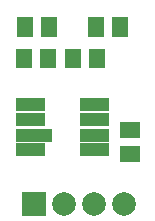
<source format=gts>
G04 Layer: TopSolderMaskLayer*
G04 EasyEDA v6.4.17, 2021-02-26T18:21:57--8:00*
G04 bf267e6e37ea4bb39f0b1c92622b1e3b,8aa2c519e6c9466aa65df0ec0365893d,10*
G04 Gerber Generator version 0.2*
G04 Scale: 100 percent, Rotated: No, Reflected: No *
G04 Dimensions in millimeters *
G04 leading zeros omitted , absolute positions ,4 integer and 5 decimal *
%FSLAX45Y45*%
%MOMM*%

%ADD23C,2.0032*%

%LPD*%
G36*
X803655Y8250173D02*
G01*
X803655Y8360410D01*
X1049020Y8360410D01*
X1049020Y8250173D01*
G37*
G36*
X803655Y8125205D02*
G01*
X803655Y8235442D01*
X1049020Y8235442D01*
X1049020Y8125205D01*
G37*
G36*
X803655Y7995158D02*
G01*
X803655Y8105394D01*
X1103884Y8105394D01*
X1103884Y7995158D01*
G37*
G36*
X803655Y7870189D02*
G01*
X803655Y7980426D01*
X1049020Y7980426D01*
X1049020Y7870189D01*
G37*
G36*
X1338579Y7870189D02*
G01*
X1338579Y7980426D01*
X1583944Y7980426D01*
X1583944Y7870189D01*
G37*
G36*
X1338579Y7995158D02*
G01*
X1338579Y8105394D01*
X1583944Y8105394D01*
X1583944Y7995158D01*
G37*
G36*
X1338579Y8125205D02*
G01*
X1338579Y8235442D01*
X1583944Y8235442D01*
X1583944Y8125205D01*
G37*
G36*
X1338579Y8250173D02*
G01*
X1338579Y8360410D01*
X1583944Y8360410D01*
X1583944Y8250173D01*
G37*
G36*
X852423Y7367523D02*
G01*
X852423Y7567676D01*
X1052576Y7567676D01*
X1052576Y7367523D01*
G37*
D23*
G01*
X1206500Y7467600D03*
G01*
X1460500Y7467600D03*
G01*
X1714500Y7467600D03*
G36*
X1682750Y7818628D02*
G01*
X1682750Y7954771D01*
X1847850Y7954771D01*
X1847850Y7818628D01*
G37*
G36*
X1682750Y8021828D02*
G01*
X1682750Y8157971D01*
X1847850Y8157971D01*
X1847850Y8021828D01*
G37*
G36*
X795528Y8616950D02*
G01*
X795528Y8782050D01*
X931671Y8782050D01*
X931671Y8616950D01*
G37*
G36*
X998728Y8616950D02*
G01*
X998728Y8782050D01*
X1134871Y8782050D01*
X1134871Y8616950D01*
G37*
G36*
X1214628Y8616950D02*
G01*
X1214628Y8782050D01*
X1350771Y8782050D01*
X1350771Y8616950D01*
G37*
G36*
X1417828Y8616950D02*
G01*
X1417828Y8782050D01*
X1553971Y8782050D01*
X1553971Y8616950D01*
G37*
G36*
X1405128Y8883650D02*
G01*
X1405128Y9048750D01*
X1541271Y9048750D01*
X1541271Y8883650D01*
G37*
G36*
X1608328Y8883650D02*
G01*
X1608328Y9048750D01*
X1744471Y9048750D01*
X1744471Y8883650D01*
G37*
G36*
X808228Y8883650D02*
G01*
X808228Y9048750D01*
X944371Y9048750D01*
X944371Y8883650D01*
G37*
G36*
X1011428Y8883650D02*
G01*
X1011428Y9048750D01*
X1147571Y9048750D01*
X1147571Y8883650D01*
G37*
M02*

</source>
